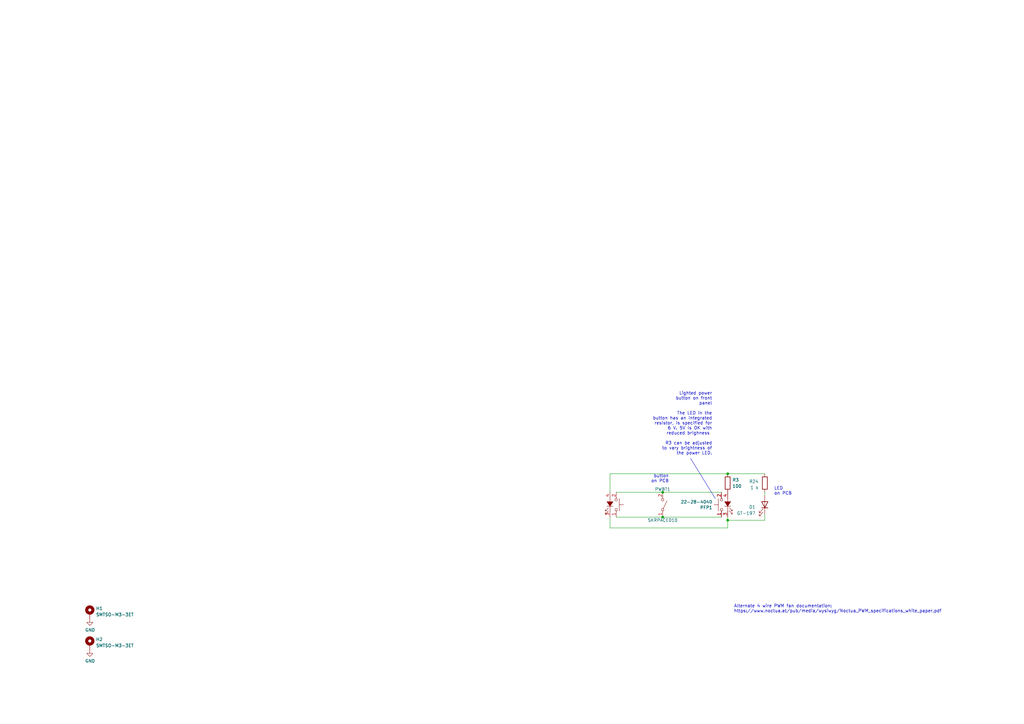
<source format=kicad_sch>
(kicad_sch (version 20230121) (generator eeschema)
  (paper "A3")
  (title_block (title "Thelio IO") (date "2023-05-11") (rev "2.2") (company "System76"))
  (lib_symbols
    (symbol "Device:LED" (pin_numbers hide) (pin_names (offset 1.016) hide)
      (property "Reference" "D" (at 0 2.54 0))
      (property "Value" "LED" (at 0 -2.54 0))
      (symbol "LED_0_1"
        (polyline (pts (xy -1.27 -1.27) (xy -1.27 1.27)) (stroke (width 0.254)))
        (polyline (pts (xy -1.27 0) (xy 1.27 0)))
        (polyline (pts (xy 1.27 -1.27) (xy 1.27 1.27) (xy -1.27 0) (xy 1.27 -1.27)) (stroke (width 0.254)))
        (polyline (pts (xy -3.048 -0.762) (xy -4.572 -2.286) (xy -3.81 -2.286) (xy -4.572 -2.286) (xy -4.572 -1.524)))
        (polyline (pts (xy -1.778 -0.762) (xy -3.302 -2.286) (xy -2.54 -2.286) (xy -3.302 -2.286) (xy -3.302 -1.524)))
      )
      (symbol "LED_1_1"
        (pin passive line (at -3.81 0 0) (length 2.54) (name "K") (number "1"))
        (pin passive line (at 3.81 0 180) (length 2.54) (name "A") (number "2"))
      )
    )
    (symbol "Device:R" (pin_numbers hide) (pin_names (offset 0))
      (property "Reference" "R" (at 2.032 0 90))
      (property "Value" "R" (at 0 0 90))
      (symbol "R_0_1"
        (rectangle (start -1.016 -2.54) (end 1.016 2.54) (stroke (width 0.254)))
      )
      (symbol "R_1_1"
        (pin passive line (at 0 3.81 270) (length 1.27) (name "~") (number "1"))
        (pin passive line (at 0 -3.81 90) (length 1.27) (name "~") (number "2"))
      )
    )
    (symbol "Mechanical:MountingHole_Pad" (pin_numbers hide) (pin_names (offset 1.016) hide)
      (property "Reference" "H" (at 0 6.35 0))
      (property "Value" "MountingHole_Pad" (at 0 4.445 0))
      (symbol "MountingHole_Pad_0_1"
        (circle (center 0 1.27) (radius 1.27) (stroke (width 1.27)))
      )
      (symbol "MountingHole_Pad_1_1"
        (pin input line (at 0 -2.54 90) (length 2.54) (name "1") (number "1"))
      )
    )
    (symbol "Switch:SW_Push_LED" (pin_names (offset 1.016) hide)
      (property "Reference" "SW" (at 0.635 5.715 0))
      (property "Value" "SW_Push_LED" (at 0 -3.175 0))
      (symbol "SW_Push_LED_0_0"
        (polyline (pts (xy -3.81 -1.905) (xy -2.54 -0.635)))
        (polyline (pts (xy -2.54 -1.905) (xy -1.27 -0.635)))
        (polyline (pts (xy -2.54 0) (xy 2.54 0)))
        (polyline (pts (xy -0.635 1.27) (xy -0.635 -1.27)))
        (polyline (pts (xy -3.81 -1.27) (xy -3.81 -1.905) (xy -3.175 -1.905)))
        (polyline (pts (xy -2.54 -1.27) (xy -2.54 -1.905) (xy -1.905 -1.905)))
        (polyline (pts (xy -0.635 0) (xy 1.27 1.27) (xy 1.27 -1.27) (xy -0.635 0)) (fill (type outline)))
      )
      (symbol "SW_Push_LED_0_1"
        (circle (center -2.032 2.54) (radius 0.508))
        (polyline (pts (xy 0 3.81) (xy 0 5.588)))
        (polyline (pts (xy 2.54 3.81) (xy -2.54 3.81)))
        (circle (center 2.032 2.54) (radius 0.508))
        (pin passive line (at -5.08 2.54 0) (length 2.54) (name "1") (number "1"))
        (pin passive line (at 5.08 2.54 180) (length 2.54) (name "2") (number "2"))
        (pin passive line (at -5.08 0 0) (length 2.54) (name "K") (number "3"))
        (pin passive line (at 5.08 0 180) (length 2.54) (name "A") (number "4"))
      )
    )
    (symbol "Switch:SW_SPST" (pin_names (offset 0) hide)
      (property "Reference" "SW" (at 0 3.175 0))
      (property "Value" "SW_SPST" (at 0 -2.54 0))
      (symbol "SW_SPST_0_0"
        (circle (center -2.032 0) (radius 0.508))
        (polyline (pts (xy -1.524 0.254) (xy 1.524 1.778)))
        (circle (center 2.032 0) (radius 0.508))
      )
      (symbol "SW_SPST_1_1"
        (pin passive line (at -5.08 0 0) (length 2.54) (name "A") (number "1"))
        (pin passive line (at 5.08 0 180) (length 2.54) (name "B") (number "2"))
      )
    )
    (symbol "power:GND" (power) (pin_names (offset 0))
      (property "Value" "GND" (at 0 -3.81 0))
      (symbol "GND_0_1"
        (polyline (pts (xy 0 0) (xy 0 -1.27) (xy 1.27 -1.27) (xy 0 -2.54) (xy -1.27 -1.27) (xy 0 -1.27)))
      )
      (symbol "GND_1_1"
        (pin power_in line (at 0 0 270) (length 0) hide (name "GND") (number "1"))
      )
    )
  )
  (junction (at 298.45 194.31))
  (junction (at 271.78 212.09))
  (junction (at 271.78 201.93))
  (junction (at 298.45 213.36))
  (wire (pts (xy 250.19 212.09) (xy 250.19 216.535)))
  (wire (pts (xy 313.69 210.82) (xy 313.69 213.36)))
  (wire (pts (xy 250.19 194.31) (xy 298.45 194.31)))
  (wire (pts (xy 250.19 194.31) (xy 250.19 201.93)))
  (wire (pts (xy 252.73 212.09) (xy 271.78 212.09)))
  (wire (pts (xy 295.91 212.09) (xy 271.78 212.09)))
  (wire (pts (xy 298.45 194.31) (xy 313.69 194.31)))
  (wire (pts (xy 313.69 203.2) (xy 313.69 201.93)))
  (wire (pts (xy 298.45 213.36) (xy 298.45 216.535)))
  (wire (pts (xy 313.69 213.36) (xy 298.45 213.36)))
  (wire (pts (xy 252.73 201.93) (xy 271.78 201.93)))
  (wire (pts (xy 250.19 216.535) (xy 298.45 216.535)))
  (polyline (pts (xy 283.21 187.96) (xy 293.37 204.47)))
  (wire (pts (xy 298.45 212.09) (xy 298.45 213.36)))
  (wire (pts (xy 295.91 201.93) (xy 271.78 201.93)))
  (text "button\non PCB" (at 274.32 198.12 0) (effects (font (size 1.27 1.27)) (justify right bottom)))
  (text "Alternate 4 wire PWM fan documentation:\nhttps://www.noctua.at/pub/media/wysiwyg/Noctua_PWM_specifications_white_paper.pdf" (at 300.99 251.46 0) (effects (font (size 1.27 1.27)) (justify left bottom)))
  (text "Lighted power\nbutton on front\npanel\n\nThe LED in the\nbutton has an integrated\nresistor, is specified for\n6 V. 5V is OK with\nreduced brighness \n\nR3 can be adjusted\nto vary brightness of\nthe power LED." (at 292.1 186.69 0) (effects (font (size 1.27 1.27)) (justify right bottom)))
  (text "LED\non PCB" (at 317.5 203.2 0) (effects (font (size 1.27 1.27)) (justify left bottom)))
  (symbol (lib_id "Mechanical:MountingHole_Pad") (at 36.83 251.46 0) (unit 1)
    (property "Reference" "H1" (at 39.37 249.555 0) (effects (justify left)))
    (property "Value" "SMTSO-M3-3ET" (at 39.37 252.095 0) (effects (justify left)))
    (property "Footprint" "SMTSO:SMTSO-M3-3" (effects hide))
    (property "Description" "M3 SMT mounting nut" (effects hide))
    (property "Manufacturer" "PEM" (effects hide))
  )
  (symbol (lib_id "Switch:SW_Push_LED") (at 298.45 207.01 90) (unit 1)
    (property "Reference" "PFP1" (at 292.1762 208.1784 90) (effects (justify left)))
    (property "Value" "22-28-4040" (at 292.1762 205.867 90) (effects (justify left)))
    (property "Footprint" "Connector_PinHeader_2.54mm:PinHeader_1x04_P2.54mm_Vertical" (effects hide))
    (property "Description" "1x4 pin 2.54 mm through hole header" (effects hide))
    (property "Manufacturer" "Molex (generic OK)" (effects hide))
  )
  (symbol (lib_id "Switch:SW_Push_LED") (at 250.19 207.01 270) (mirror x) (unit 1)
    (property "Reference" "PMB1" (effects hide))
    (property "Value" "22-28-4040" (effects hide))
    (property "Footprint" "Connector_PinHeader_2.54mm:PinHeader_1x04_P2.54mm_Vertical" (effects hide))
    (property "Description" "1x4 pin 2.54 mm through hole header" (effects hide))
    (property "Manufacturer" "Molex (generic OK)" (effects hide))
  )
  (symbol (lib_id "power:GND") (at 36.83 266.7 0) (unit 1)
    (property "Reference" "#PWR02" (effects hide))
    (property "Value" "GND" (at 36.957 271.0942 0))
  )
  (symbol (lib_id "Switch:SW_SPST") (at 271.78 207.01 270) (mirror x) (unit 1)
    (property "Reference" "PWBT1" (at 271.78 200.66 90))
    (property "Value" "SKRPACE010" (at 271.78 213.36 90))
    (property "Footprint" "kicad_pcb:SW_SPST_PTS810" (effects hide))
    (property "Datasheet" "https://datasheet.lcsc.com/lcsc/1811051610_ALPSALPINE-SKRPACE010_C139797.pdf" (effects hide))
    (property "Description" "push button" (effects hide))
    (property "Manufacturer" "Alps (generic equivalent OK)" (effects hide))
  )
  (symbol (lib_id "Device:R") (at 313.69 198.12 0) (mirror y) (unit 1)
    (property "Reference" "R24" (at 311.15 197.485 0) (effects (justify left)))
    (property "Value" "1 k" (at 311.15 200.025 0) (effects (justify left)))
    (property "Footprint" "Resistor_SMD:R_0603_1608Metric" (effects hide))
    (property "Description" "resistor 5 %" (effects hide))
    (property "Manufacturer" "generic" (effects hide))
  )
  (symbol (lib_id "Device:R") (at 298.45 198.12 0) (mirror y) (unit 1)
    (property "Reference" "R3" (at 300.355 196.8499 0) (effects (justify right)))
    (property "Value" "100" (at 300.355 199.3899 0) (effects (justify right)))
    (property "Footprint" "Resistor_SMD:R_0603_1608Metric" (effects hide))
    (property "Description" "resistor 5 %" (effects hide))
    (property "Manufacturer" "generic" (effects hide))
  )
  (symbol (lib_id "Device:LED") (at 313.69 207.01 270) (mirror x) (unit 1)
    (property "Reference" "D1" (at 309.88 207.9625 90) (effects (justify right)))
    (property "Value" "GT-197" (at 309.88 210.5025 90) (effects (justify right)))
    (property "Footprint" "LED_SMD:LED_0603_1608Metric" (effects hide))
    (property "Datasheet" "https://datasheet.lcsc.com/lcsc/2302201430_Everlight-Elec-GT-197_C83904.pdf" (effects hide))
  )
  (symbol (lib_id "power:GND") (at 36.83 254 0) (unit 1)
    (property "Reference" "#PWR01" (effects hide))
    (property "Value" "GND" (at 36.957 258.3942 0))
  )
  (symbol (lib_id "Mechanical:MountingHole_Pad") (at 36.83 264.16 0) (unit 1)
    (property "Reference" "H2" (at 39.37 262.255 0) (effects (justify left)))
    (property "Value" "SMTSO-M3-3ET" (at 39.37 264.795 0) (effects (justify left)))
    (property "Footprint" "SMTSO:SMTSO-M3-3" (effects hide))
    (property "Description" "M3 SMT mounting nut" (effects hide))
    (property "Manufacturer" "PEM" (effects hide))
  )
)
</source>
